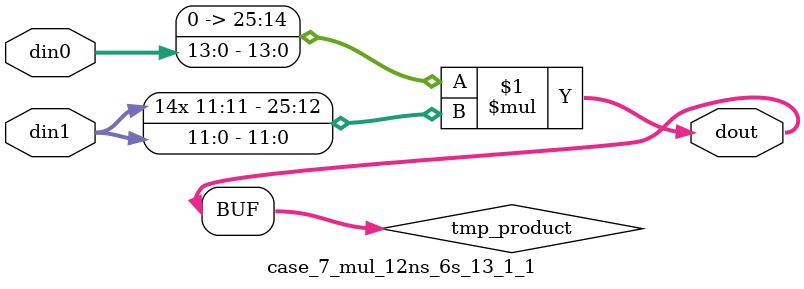
<source format=v>

`timescale 1 ns / 1 ps

 (* use_dsp = "no" *)  module case_7_mul_12ns_6s_13_1_1(din0, din1, dout);
parameter ID = 1;
parameter NUM_STAGE = 0;
parameter din0_WIDTH = 14;
parameter din1_WIDTH = 12;
parameter dout_WIDTH = 26;

input [din0_WIDTH - 1 : 0] din0; 
input [din1_WIDTH - 1 : 0] din1; 
output [dout_WIDTH - 1 : 0] dout;

wire signed [dout_WIDTH - 1 : 0] tmp_product;

























assign tmp_product = $signed({1'b0, din0}) * $signed(din1);










assign dout = tmp_product;





















endmodule

</source>
